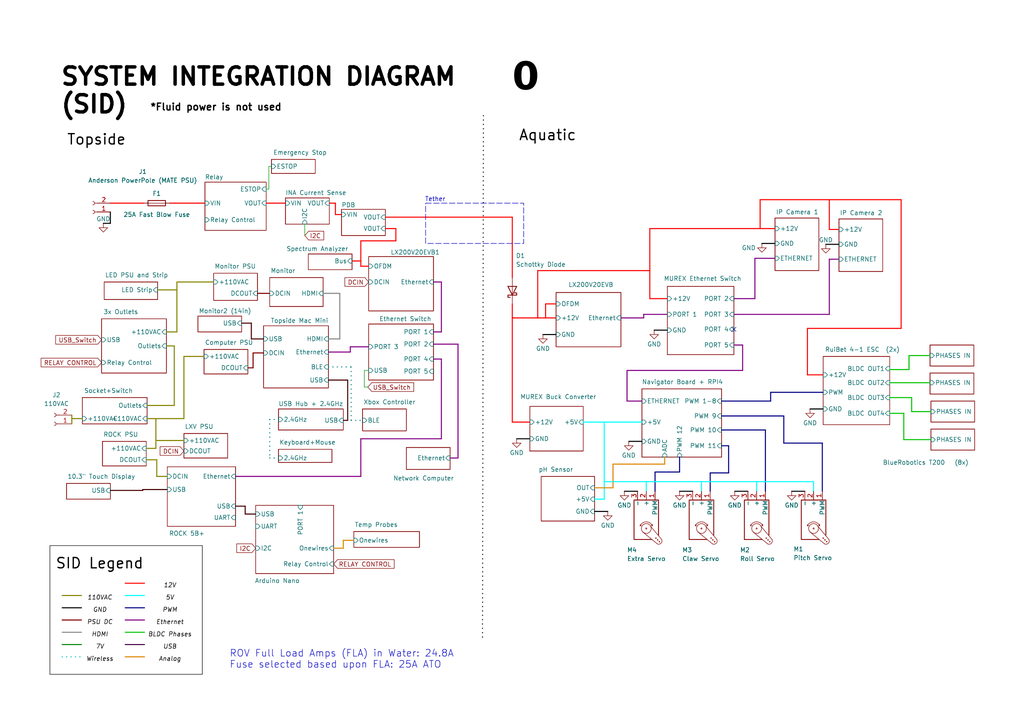
<source format=kicad_sch>
(kicad_sch (version 20241004) (generator "eeschema") (generator_version "8.99")
  (paper "A4")
  (title_block (title "System Integration Diagram") (date "2025-05-14") (rev "V1.0") (company "MUREX Robotics") (comment 3 "MUREX ROV V4.0 ") (comment 4 "System Integration Diagram (SID)"))
  (lib_symbols
    (symbol "Connector:Conn_01x02_Socket" (pin_names (offset 1.016) (hide yes))
      (property "Reference" "J" (at 0 2.54 0))
      (property "Value" "Conn_01x02_Socket" (at 0 -5.08 0))
      (symbol "Conn_01x02_Socket_1_1"
        (polyline (pts (xy -1.27 0) (xy -0.508 0)) (stroke (width 0.1524)))
        (polyline (pts (xy -1.27 -2.54) (xy -0.508 -2.54)) (stroke (width 0.1524)))
        (arc (start 0 -0.508) (mid -0.5058 0) (end 0 0.508) (stroke (width 0.1524)))
        (arc (start 0 -3.048) (mid -0.5058 -2.54) (end 0 -2.032) (stroke (width 0.1524)))
        (pin passive line (at -5.08 0 0) (length 3.81) (name "Pin_1") (number "1"))
        (pin passive line (at -5.08 -2.54 0) (length 3.81) (name "Pin_2") (number "2"))
      )
    )
    (symbol "Device:D_Schottky" (pin_numbers (hide yes)) (pin_names (offset 1.016) (hide yes))
      (property "Reference" "D" (at 0 2.54 0))
      (property "Value" "D_Schottky" (at 0 -2.54 0))
      (symbol "D_Schottky_0_1"
        (polyline (pts (xy -1.905 0.635) (xy -1.905 1.27) (xy -1.27 1.27) (xy -1.27 -1.27) (xy -0.635 -1.27) (xy -0.635 -0.635)) (stroke (width 0.254)))
        (polyline (pts (xy 1.27 1.27) (xy 1.27 -1.27) (xy -1.27 0) (xy 1.27 1.27)) (stroke (width 0.254)))
        (polyline (pts (xy 1.27 0) (xy -1.27 0)))
      )
      (symbol "D_Schottky_1_1"
        (pin passive line (at -3.81 0 0) (length 2.54) (name "K") (number "1"))
        (pin passive line (at 3.81 0 180) (length 2.54) (name "A") (number "2"))
      )
    )
    (symbol "Device:Fuse" (pin_numbers (hide yes)) (pin_names (offset 0))
      (property "Reference" "F" (at 2.032 0 90))
      (property "Value" "Fuse" (at -1.905 0 90))
      (symbol "Fuse_0_1"
        (rectangle (start -0.762 -2.54) (end 0.762 2.54) (stroke (width 0.254)))
        (polyline (pts (xy 0 2.54) (xy 0 -2.54)))
      )
      (symbol "Fuse_1_1"
        (pin passive line (at 0 3.81 270) (length 1.27) (name "~") (number "1"))
        (pin passive line (at 0 -3.81 90) (length 1.27) (name "~") (number "2"))
      )
    )
    (symbol "Motor:Motor_Servo" (pin_names (offset 0.0254))
      (property "Reference" "M" (at -5.08 4.445 0))
      (property "Value" "Motor_Servo" (at -5.08 -4.064 0))
      (symbol "Motor_Servo_0_1"
        (polyline (pts (xy 2.413 1.778) (xy 2.286 1.397)))
        (polyline (pts (xy 2.413 1.778) (xy 1.905 1.778)))
        (polyline (pts (xy 2.413 -1.778) (xy 2.286 -1.397)))
        (polyline (pts (xy 2.413 -1.778) (xy 2.032 -1.778)))
        (circle (center 3.175 0) (radius 1.4224))
        (arc (start 2.413 -1.778) (mid 1.2406 0) (end 2.413 1.778))
        (circle (center 3.175 0) (radius 0.1778))
        (polyline (pts (xy 5.08 3.556) (xy -5.08 3.556) (xy -5.08 -3.556) (xy 6.35 -3.556) (xy 6.35 1.524)) (stroke (width 0.254)))
        (circle (center 5.969 2.794) (radius 0.127))
        (polyline (pts (xy 6.35 4.445) (xy 2.54 1.27)))
        (circle (center 6.477 3.302) (radius 0.127))
        (arc (start 6.35 4.445) (mid 7.4487 4.2737) (end 7.62 3.175))
        (circle (center 6.985 3.81) (radius 0.127))
        (polyline (pts (xy 7.62 3.175) (xy 4.191 -1.016)))
      )
      (symbol "Motor_Servo_1_1"
        (pin passive line (at -7.62 2.54 0) (length 2.54) (name "PWM") (number "1"))
        (pin passive line (at -7.62 0 0) (length 2.54) (name "+") (number "2"))
        (pin passive line (at -7.62 -2.54 0) (length 2.54) (name "-") (number "3"))
      )
    )
    (symbol "power:GND" (power) (pin_numbers (hide yes)) (pin_names (offset 0) (hide yes))
      (property "Value" "GND" (at 0 -3.81 0))
      (symbol "GND_0_1"
        (polyline (pts (xy 0 0) (xy 0 -1.27) (xy 1.27 -1.27) (xy 0 -2.54) (xy -1.27 -1.27) (xy 0 -1.27)))
      )
      (symbol "GND_1_1"
        (pin power_in line (at 0 0 270) (length 0) (name "~") (number "1"))
      )
    )
  )
  (rectangle (start 123.444 58.928) (end 151.892 70.612) (stroke (width 0) (type dash)))
  (rectangle (start 14.478 158.242) (end 58.674 195.58) (stroke (width 0) (color 0 0 0 1)))
  (text "Ethernet" (at 49.276 180.594 0) (effects (font (size 1.27 1.27) (italic yes))))
  (text "Tether\n" (at 126.238 57.912 0) (effects (font (size 1.27 1.27))))
  (text "110VAC\n" (at 28.956 173.482 0) (effects (font (size 1.27 1.27) (italic yes))))
  (text "0" (at 148.59 24.892 0) (effects (font (size 8 8) (thickness 1) (bold yes)) (justify left)))
  (text "GND\n" (at 28.956 177.038 0) (effects (font (size 1.27 1.27) (italic yes))))
  (text "PWM" (at 49.276 177.038 0) (effects (font (size 1.27 1.27) (italic yes))))
  (text "Topside\n" (at 19.304 40.64 0) (effects (font (size 3 3) (thickness 0.375)) (justify left)))
  (text "SID Legend" (at 16.002 163.576 0) (effects (font (size 3 3) (thickness 0.375)) (justify left)))
  (text "12V" (at 49.276 169.926 0) (effects (font (size 1.27 1.27) (italic yes))))
  (text "Analog" (at 49.276 191.262 0) (effects (font (size 1.27 1.27) (italic yes))))
  (text "*Fluid power is not used\n" (at 43.434 31.242 0) (effects (font (size 2 2) (thickness 0.375)) (justify left)))
  (text "USB" (at 49.276 187.706 0) (effects (font (size 1.27 1.27) (italic yes))))
  (text "ROV Full Load Amps (FLA) in Water: 24.8A\nFuse selected based upon FLA: 25A ATO" (at 66.548 191.262 0) (effects (font (size 2 2)) (justify left)))
  (text "Aquatic" (at 150.368 39.37 0) (effects (font (size 3 3) (thickness 0.375)) (justify left)))
  (text "Wireless" (at 28.956 191.262 0) (effects (font (size 1.27 1.27) (italic yes))))
  (text "7V\n" (at 28.956 187.706 0) (effects (font (size 1.27 1.27) (italic yes))))
  (text "HDMI" (at 28.956 184.15 0) (effects (font (size 1.27 1.27) (italic yes))))
  (text "5V" (at 49.276 173.482 0) (effects (font (size 1.27 1.27) (italic yes))))
  (text "BLDC Phases" (at 49.276 184.15 0) (effects (font (size 1.27 1.27) (italic yes))))
  (text "PSU DC" (at 28.956 180.594 0) (effects (font (size 1.27 1.27) (italic yes))))
  (text "SYSTEM INTEGRATION DIAGRAM\n(SID)" (at 17.272 26.416 0) (effects (font (size 5 5) (thickness 1) (bold yes)) (justify left)))
  (no_connect (at 212.852 95.504))
  (bus (pts (xy 20.828 120.396) (xy 20.828 122.936)) (stroke (width 0) (color 132 132 0 1)))
  (bus (pts (xy 234.188 95.25) (xy 234.188 108.712)) (stroke (width 0) (color 255 0 0 1)))
  (bus (pts (xy 197.104 136.906) (xy 197.104 132.588)))
  (bus (pts (xy 188.468 66.294) (xy 224.79 66.294)) (stroke (width 0) (color 255 0 0 1)))
  (bus (pts (xy 220.472 66.294) (xy 220.472 57.912)) (stroke (width 0) (color 255 0 0 1)))
  (bus (pts (xy 41.402 142.24) (xy 41.402 141.986)) (stroke (width 0) (color 72 0 0 1)))
  (bus (pts (xy 227.33 120.65) (xy 209.296 120.65)))
  (bus (pts (xy 261.366 95.25) (xy 234.188 95.25)) (stroke (width 0) (color 255 0 0 1)))
  (bus (pts (xy 99.568 156.718) (xy 102.616 156.718)) (stroke (width 0) (color 221 133 0 1)))
  (bus (pts (xy 205.994 137.16) (xy 211.328 137.16)))
  (bus (pts (xy 238.506 142.494) (xy 238.506 128.524)))
  (bus (pts (xy 218.948 74.93) (xy 224.79 74.93)) (stroke (width 0) (color 132 0 132 1)))
  (bus (pts (xy 101.6 100.584) (xy 106.934 100.584)) (stroke (width 0) (color 132 0 132 1)))
  (bus (pts (xy 181.102 142.494) (xy 184.912 142.494)) (stroke (width 0) (color 0 0 0 1)))
  (wire (pts (xy 106.934 107.442) (xy 105.664 107.442)))
  (bus (pts (xy 148.59 122.428) (xy 153.67 122.428)) (stroke (width 0) (color 255 0 0 1)))
  (bus (pts (xy 192.786 134.62) (xy 177.8 134.62)) (stroke (width 0) (color 221 133 0 1)))
  (bus (pts (xy 36.322 179.832) (xy 41.91 179.832)) (stroke (width 0) (color 132 0 132 1)))
  (bus (pts (xy 101.6 100.584) (xy 101.6 102.108)) (stroke (width 0) (color 132 0 132 1)))
  (bus (pts (xy 263.652 103.124) (xy 269.748 103.124)) (stroke (width 0) (color 0 194 0 1)))
  (bus (pts (xy 111.76 66.294) (xy 114.808 66.294)) (stroke (width 0) (color 255 0 0 1)))
  (bus (pts (xy 238.506 128.524) (xy 227.33 128.524)))
  (bus (pts (xy 258.064 107.188) (xy 263.652 107.188)) (stroke (width 0) (color 0 194 0 1)))
  (bus (pts (xy 132.842 132.842) (xy 130.556 132.842)) (stroke (width 0) (color 132 0 132 1)))
  (bus (pts (xy 189.992 142.494) (xy 189.992 136.906)))
  (bus (pts (xy 148.59 88.138) (xy 148.59 122.428)) (stroke (width 0) (color 255 0 0 1)))
  (bus (pts (xy 212.852 100.076) (xy 215.392 100.076)) (stroke (width 0) (color 132 0 132 1)))
  (bus (pts (xy 157.48 97.028) (xy 161.29 97.028)) (stroke (width 0) (color 0 0 0 1)))
  (bus (pts (xy 187.452 139.7) (xy 187.452 142.494)) (stroke (width 0) (color 0 255 255 1)))
  (bus (pts (xy 100.838 121.92) (xy 99.568 121.92)) (stroke (width 0) (color 72 0 0 1)))
  (bus (pts (xy 240.538 91.186) (xy 240.538 75.184)) (stroke (width 0) (color 132 0 132 1)))
  (bus (pts (xy 41.402 141.986) (xy 48.514 141.986)) (stroke (width 0) (color 72 0 0 1)))
  (bus (pts (xy 77.216 58.928) (xy 82.804 58.928)) (stroke (width 0) (color 255 0 0 1)))
  (bus (pts (xy 128.016 104.14) (xy 125.73 104.14)) (stroke (width 0) (color 132 0 132 1)))
  (bus (pts (xy 223.52 113.792) (xy 238.76 113.792)))
  (bus (pts (xy 49.276 58.928) (xy 59.436 58.928)) (stroke (width 0) (color 255 0 0 1)))
  (bus (pts (xy 45.212 121.412) (xy 45.212 130.048)) (stroke (width 0) (color 132 132 0 1)))
  (bus (pts (xy 36.322 176.276) (xy 41.91 176.276)) (stroke (width 0) (color 0 0 132 1)))
  (bus (pts (xy 42.418 133.35) (xy 45.466 133.35)) (stroke (width 0) (color 132 132 0 1)))
  (bus (pts (xy 53.34 127.762) (xy 53.34 127.508)) (stroke (width 0) (color 132 132 0 1)))
  (bus (pts (xy 177.8 134.62) (xy 177.8 141.478)) (stroke (width 0) (color 221 133 0 1)))
  (polyline (pts (xy 140.208 33.528) (xy 139.954 185.166)) (stroke (width 0.3) (type dot) (color 0 0 0 1)))
  (bus (pts (xy 45.466 133.35) (xy 45.466 138.176)) (stroke (width 0) (color 132 132 0 1)))
  (bus (pts (xy 104.648 69.85) (xy 104.648 77.216)) (stroke (width 0) (color 255 0 0 1)))
  (bus (pts (xy 189.992 136.906) (xy 197.104 136.906)))
  (bus (pts (xy 125.73 99.822) (xy 132.842 99.822)) (stroke (width 0) (color 132 0 132 1)))
  (bus (pts (xy 229.616 142.494) (xy 233.426 142.494)) (stroke (width 0) (color 0 0 0 1)))
  (bus (pts (xy 100.838 110.236) (xy 100.838 121.92)) (stroke (width 0) (color 72 0 0 1)))
  (bus (pts (xy 114.808 69.85) (xy 104.648 69.85)) (stroke (width 0) (color 255 0 0 1)))
  (bus (pts (xy 104.648 77.216) (xy 106.934 77.216)) (stroke (width 0) (color 255 0 0 1)))
  (bus (pts (xy 32.004 58.928) (xy 41.656 58.928)) (stroke (width 0) (color 255 0 0 1)))
  (bus (pts (xy 36.322 172.72) (xy 41.91 172.72)) (stroke (width 0) (color 0 255 255 1)))
  (bus (pts (xy 211.328 137.16) (xy 211.328 129.286)))
  (bus (pts (xy 220.472 57.912) (xy 261.366 57.912)) (stroke (width 0) (color 255 0 0 1)))
  (bus (pts (xy 197.104 142.494) (xy 200.914 142.494)) (stroke (width 0) (color 0 0 0 1)))
  (bus (pts (xy 36.322 183.388) (xy 41.91 183.388)) (stroke (width 0) (color 0 194 0 1)))
  (bus (pts (xy 36.322 190.5) (xy 41.91 190.5)) (stroke (width 0) (color 221 133 0 1)))
  (bus (pts (xy 18.034 179.832) (xy 23.622 179.832)) (stroke (width 0) (color 132 0 0 1)))
  (bus (pts (xy 235.966 139.7) (xy 235.966 142.494)) (stroke (width 0) (color 0 255 255 1)))
  (bus (pts (xy 32.004 61.468) (xy 32.004 64.77)) (stroke (width 0) (color 0 0 0 1)))
  (bus (pts (xy 215.392 100.076) (xy 215.392 107.442)) (stroke (width 0) (color 132 0 132 1)))
  (bus (pts (xy 219.456 139.7) (xy 219.456 142.494)) (stroke (width 0) (color 0 255 255 1)))
  (bus (pts (xy 53.34 103.378) (xy 59.182 103.378)) (stroke (width 0) (color 132 132 0 1)))
  (bus (pts (xy 234.188 108.712) (xy 238.76 108.712)) (stroke (width 0) (color 255 0 0 1)))
  (bus (pts (xy 132.842 99.822) (xy 132.842 132.842)) (stroke (width 0) (color 132 0 132 1)))
  (bus (pts (xy 148.59 92.202) (xy 161.29 92.202)) (stroke (width 0) (color 255 0 0 1)))
  (bus (pts (xy 221.996 142.494) (xy 221.996 124.714)))
  (bus (pts (xy 111.76 62.992) (xy 148.59 62.992)) (stroke (width 0) (color 255 0 0 1)))
  (bus (pts (xy 104.648 127.254) (xy 104.648 138.176)) (stroke (width 0) (color 132 0 132 1)))
  (bus (pts (xy 176.276 148.336) (xy 172.466 148.336)) (stroke (width 0) (color 0 0 0 1)))
  (bus (pts (xy 175.26 139.7) (xy 235.966 139.7)) (stroke (width 0) (color 0 255 255 1)))
  (bus (pts (xy 18.034 172.72) (xy 23.622 172.72)) (stroke (width 0) (color 132 132 0 1)))
  (bus (pts (xy 213.106 142.494) (xy 216.916 142.494)) (stroke (width 0) (color 0 0 0 1)))
  (bus (pts (xy 18.034 190.5) (xy 23.622 190.5)) (stroke (width 0) (type dot) (color 0 194 194 1)))
  (bus (pts (xy 96.774 159.004) (xy 99.568 159.004)) (stroke (width 0) (color 221 133 0 1)))
  (bus (pts (xy 215.392 107.442) (xy 181.864 107.442)) (stroke (width 0) (color 132 0 132 1)))
  (bus (pts (xy 240.538 75.184) (xy 243.332 75.184)) (stroke (width 0) (color 132 0 132 1)))
  (bus (pts (xy 240.538 66.548) (xy 243.332 66.548)) (stroke (width 0) (color 255 0 0 1)))
  (bus (pts (xy 149.86 127.254) (xy 153.67 127.254)) (stroke (width 0) (color 0 0 0 1)))
  (bus (pts (xy 205.994 142.494) (xy 205.994 137.16)))
  (bus (pts (xy 18.034 183.388) (xy 23.622 183.388)) (stroke (width 0) (color 132 132 132 1)))
  (bus (pts (xy 258.064 110.998) (xy 269.748 110.998)) (stroke (width 0) (color 0 194 0 1)))
  (bus (pts (xy 264.414 119.38) (xy 270.002 119.38)) (stroke (width 0) (color 0 194 0 1)))
  (bus (pts (xy 51.308 81.788) (xy 51.308 96.266)) (stroke (width 0) (color 132 132 0 1)))
  (wire (pts (xy 77.978 54.864) (xy 77.216 54.864)))
  (bus (pts (xy 114.808 66.294) (xy 114.808 69.85)) (stroke (width 0) (color 255 0 0 1)))
  (bus (pts (xy 71.12 146.812) (xy 71.12 149.098)) (stroke (width 0) (color 72 0 0 1)))
  (bus (pts (xy 18.034 176.276) (xy 23.622 176.276)) (stroke (width 0) (color 0 0 0 1)))
  (bus (pts (xy 128.016 127.254) (xy 104.648 127.254)) (stroke (width 0) (color 132 0 132 1)))
  (bus (pts (xy 53.34 121.412) (xy 53.34 103.378)) (stroke (width 0) (color 132 132 0 1)))
  (bus (pts (xy 70.104 93.726) (xy 72.898 93.726)) (stroke (width 0) (color 72 0 0 1)))
  (bus (pts (xy 128.016 104.14) (xy 128.016 127.254)) (stroke (width 0) (color 132 0 132 1)))
  (bus (pts (xy 98.552 98.298) (xy 95.25 98.298)) (stroke (width 0) (color 132 132 132 1)))
  (bus (pts (xy 203.454 139.7) (xy 203.454 142.494)) (stroke (width 0) (color 0 255 255 1)))
  (bus (pts (xy 212.852 91.186) (xy 240.538 91.186)) (stroke (width 0) (color 132 0 132 1)))
  (wire (pts (xy 78.74 48.26) (xy 77.978 48.26)))
  (wire (pts (xy 105.664 112.268) (xy 106.68 112.268)))
  (bus (pts (xy 209.296 116.332) (xy 223.52 116.332)))
  (bus (pts (xy 74.676 85.09) (xy 78.232 85.09)) (stroke (width 0) (color 132 0 0 1)))
  (bus (pts (xy 78.232 132.842) (xy 80.772 132.842)) (stroke (width 0) (type dot) (color 0 132 132 1)))
  (bus (pts (xy 78.232 121.666) (xy 78.232 132.842)) (stroke (width 0) (type dot) (color 0 132 132 1)))
  (bus (pts (xy 95.25 110.236) (xy 100.838 110.236)) (stroke (width 0) (color 72 0 0 1)))
  (bus (pts (xy 99.568 159.004) (xy 99.568 156.718)) (stroke (width 0) (color 221 133 0 1)))
  (bus (pts (xy 68.326 146.812) (xy 71.12 146.812)) (stroke (width 0) (color 72 0 0 1)))
  (bus (pts (xy 101.6 102.108) (xy 95.25 102.108)) (stroke (width 0) (color 132 0 132 1)))
  (wire (pts (xy 77.978 48.26) (xy 77.978 54.864)))
  (bus (pts (xy 48.26 96.266) (xy 51.308 96.266)) (stroke (width 0) (color 132 132 0 1)))
  (bus (pts (xy 128.016 96.266) (xy 125.73 96.266)) (stroke (width 0) (color 132 0 132 1)))
  (bus (pts (xy 42.672 117.602) (xy 50.546 117.602)) (stroke (width 0) (color 132 132 0 1)))
  (bus (pts (xy 175.26 144.78) (xy 172.466 144.78)) (stroke (width 0) (color 0 255 255 1)))
  (bus (pts (xy 177.8 141.478) (xy 172.466 141.478)) (stroke (width 0) (color 221 133 0 1)))
  (bus (pts (xy 263.652 107.188) (xy 263.652 103.124)) (stroke (width 0) (color 0 194 0 1)))
  (bus (pts (xy 192.786 132.588) (xy 192.786 134.62)) (stroke (width 0) (color 221 133 0 1)))
  (bus (pts (xy 155.956 78.486) (xy 188.468 78.486)) (stroke (width 0) (color 255 0 0 1)))
  (bus (pts (xy 97.282 58.928) (xy 97.282 62.23)) (stroke (width 0) (color 255 0 0 1)))
  (bus (pts (xy 51.308 81.788) (xy 61.976 81.788)) (stroke (width 0) (color 132 132 0 1)))
  (bus (pts (xy 71.12 149.098) (xy 74.168 149.098)) (stroke (width 0) (color 72 0 0 1)))
  (bus (pts (xy 45.212 130.048) (xy 42.418 130.048)) (stroke (width 0) (color 132 132 0 1)))
  (bus (pts (xy 258.064 115.316) (xy 264.414 115.316)) (stroke (width 0) (color 0 194 0 1)))
  (bus (pts (xy 36.322 186.944) (xy 41.91 186.944)) (stroke (width 0) (color 72 0 72 1)))
  (bus (pts (xy 223.52 116.332) (xy 223.52 113.792)))
  (bus (pts (xy 128.016 81.788) (xy 128.016 96.266)) (stroke (width 0) (color 132 0 132 1)))
  (bus (pts (xy 45.466 138.176) (xy 48.514 138.176)) (stroke (width 0) (color 132 132 0 1)))
  (bus (pts (xy 220.98 70.612) (xy 224.79 70.612)) (stroke (width 0) (color 0 0 0 1)))
  (bus (pts (xy 20.828 121.412) (xy 23.876 121.412)) (stroke (width 0) (color 132 132 0 1)))
  (bus (pts (xy 221.996 124.714) (xy 209.296 124.714)))
  (bus (pts (xy 239.522 70.866) (xy 243.332 70.866)) (stroke (width 0) (color 0 0 0 1)))
  (bus (pts (xy 188.468 86.614) (xy 193.548 86.614)) (stroke (width 0) (color 255 0 0 1)))
  (bus (pts (xy 101.854 121.92) (xy 105.156 121.92)) (stroke (width 0) (type dot) (color 0 132 132 1)))
  (wire (pts (xy 88.392 65.024) (xy 88.392 68.326)))
  (bus (pts (xy 240.538 57.912) (xy 240.538 66.548)) (stroke (width 0) (color 255 0 0 1)))
  (bus (pts (xy 72.898 93.726) (xy 72.898 98.298)) (stroke (width 0) (color 72 0 0 1)))
  (bus (pts (xy 261.366 57.912) (xy 261.366 95.25)) (stroke (width 0) (color 255 0 0 1)))
  (bus (pts (xy 36.322 169.164) (xy 41.91 169.164)) (stroke (width 0) (color 255 0 0 1)))
  (bus (pts (xy 73.406 102.362) (xy 73.406 106.68)) (stroke (width 0) (color 132 0 0 1)))
  (bus (pts (xy 181.864 116.332) (xy 186.182 116.332)) (stroke (width 0) (color 132 0 132 1)))
  (bus (pts (xy 73.406 106.68) (xy 71.882 106.68)) (stroke (width 0) (color 132 0 0 1)))
  (bus (pts (xy 218.948 86.614) (xy 218.948 74.93)) (stroke (width 0) (color 132 0 132 1)))
  (bus (pts (xy 169.164 122.428) (xy 186.182 122.428)) (stroke (width 0) (color 0 255 255 1)))
  (bus (pts (xy 234.95 118.618) (xy 238.76 118.618)) (stroke (width 0) (color 0 0 0 1)))
  (bus (pts (xy 189.738 95.758) (xy 193.548 95.758)) (stroke (width 0) (color 0 0 0 1)))
  (bus (pts (xy 181.864 107.442) (xy 181.864 116.332)) (stroke (width 0) (color 132 0 132 1)))
  (bus (pts (xy 95.25 106.426) (xy 101.854 106.426)) (stroke (width 0) (type dot) (color 0 132 132 1)))
  (bus (pts (xy 78.232 121.666) (xy 81.534 121.666)) (stroke (width 0) (type dot) (color 0 132 132 1)))
  (bus (pts (xy 186.69 92.202) (xy 186.69 91.186)) (stroke (width 0) (color 132 0 132 1)))
  (bus (pts (xy 155.956 92.202) (xy 155.956 78.486)) (stroke (width 0) (color 255 0 0 1)))
  (bus (pts (xy 104.648 138.176) (xy 68.326 138.176)) (stroke (width 0) (color 132 0 132 1)))
  (bus (pts (xy 45.212 127.762) (xy 53.34 127.762)) (stroke (width 0) (color 132 132 0 1)))
  (bus (pts (xy 182.372 128.016) (xy 186.182 128.016)) (stroke (width 0) (color 0 0 0 1)))
  (bus (pts (xy 101.854 106.426) (xy 101.854 121.92)) (stroke (width 0) (type dot) (color 0 132 132 1)))
  (bus (pts (xy 45.72 84.074) (xy 51.308 84.074)) (stroke (width 0) (color 132 132 0 1)))
  (wire (pts (xy 105.664 107.442) (xy 105.664 112.268)))
  (bus (pts (xy 50.546 100.33) (xy 48.26 100.33)) (stroke (width 0) (color 132 132 0 1)))
  (bus (pts (xy 211.328 129.286) (xy 209.296 129.286)))
  (bus (pts (xy 262.128 127.508) (xy 270.002 127.508)) (stroke (width 0) (color 0 194 0 1)))
  (bus (pts (xy 29.972 64.77) (xy 32.004 64.77)) (stroke (width 0) (color 0 0 0 1)))
  (bus (pts (xy 97.282 62.23) (xy 99.06 62.23)) (stroke (width 0) (color 255 0 0 1)))
  (bus (pts (xy 73.406 102.362) (xy 76.454 102.362)) (stroke (width 0) (color 132 0 0 1)))
  (bus (pts (xy 148.59 62.992) (xy 148.59 80.518)) (stroke (width 0) (color 255 0 0 1)))
  (bus (pts (xy 72.898 98.298) (xy 76.454 98.298)) (stroke (width 0) (color 72 0 0 1)))
  (bus (pts (xy 18.034 186.944) (xy 23.622 186.944)) (stroke (width 0) (color 0 132 0 1)))
  (bus (pts (xy 50.546 117.602) (xy 50.546 100.33)) (stroke (width 0) (color 132 132 0 1)))
  (bus (pts (xy 125.73 81.788) (xy 128.016 81.788)) (stroke (width 0) (color 132 0 132 1)))
  (bus (pts (xy 262.128 119.888) (xy 262.128 127.508)) (stroke (width 0) (color 0 194 0 1)))
  (bus (pts (xy 102.108 75.692) (xy 104.648 75.692)) (stroke (width 0) (color 255 0 0 1)))
  (bus (pts (xy 95.504 58.928) (xy 97.282 58.928)) (stroke (width 0) (color 255 0 0 1)))
  (bus (pts (xy 227.33 128.524) (xy 227.33 120.65)))
  (bus (pts (xy 158.242 92.202) (xy 158.242 88.138)) (stroke (width 0) (color 255 0 0 1)))
  (bus (pts (xy 175.26 122.428) (xy 175.26 144.78)) (stroke (width 0) (color 0 255 255 1)))
  (bus (pts (xy 264.414 115.316) (xy 264.414 119.38)) (stroke (width 0) (color 0 194 0 1)))
  (bus (pts (xy 158.242 88.138) (xy 161.29 88.138)) (stroke (width 0) (color 255 0 0 1)))
  (bus (pts (xy 180.086 92.202) (xy 186.69 92.202)) (stroke (width 0) (color 132 0 132 1)))
  (bus (pts (xy 32.004 142.24) (xy 41.402 142.24)) (stroke (width 0) (color 72 0 0 1)))
  (bus (pts (xy 186.69 91.186) (xy 193.548 91.186)) (stroke (width 0) (color 132 0 132 1)))
  (bus (pts (xy 212.852 86.614) (xy 218.948 86.614)) (stroke (width 0) (color 132 0 132 1)))
  (bus (pts (xy 258.064 119.888) (xy 262.128 119.888)) (stroke (width 0) (color 0 194 0 1)))
  (bus (pts (xy 188.468 66.294) (xy 188.468 86.614)) (stroke (width 0) (color 255 0 0 1)))
  (bus (pts (xy 42.672 121.412) (xy 53.34 121.412)) (stroke (width 0) (color 132 132 0 1)))
  (bus (pts (xy 93.726 85.09) (xy 98.552 85.09)) (stroke (width 0) (color 132 132 132 1)))
  (bus (pts (xy 98.552 85.09) (xy 98.552 98.298)) (stroke (width 0) (color 132 132 132 1)))
  (global_label "DCIN" (shape input) (at 106.934 81.788 180) (property "Intersheetrefs" "${INTERSHEET_REFS}" (effects (hide yes))))
  (global_label "USB_Switch" (shape input) (at 106.68 112.268 0) (property "Intersheetrefs" "${INTERSHEET_REFS}" (effects (hide yes))))
  (global_label "RELAY CONTROL" (shape input) (at 29.464 105.156 180) (property "Intersheetrefs" "${INTERSHEET_REFS}" (effects (hide yes))))
  (global_label "USB_Switch" (shape input) (at 29.464 98.552 180) (property "Intersheetrefs" "${INTERSHEET_REFS}" (effects (hide yes))))
  (global_label "I2C" (shape input) (at 74.168 159.004 180) (property "Intersheetrefs" "${INTERSHEET_REFS}" (effects (hide yes))))
  (global_label "RELAY CONTROL" (shape input) (at 96.774 163.576 0) (property "Intersheetrefs" "${INTERSHEET_REFS}" (effects (hide yes))))
  (global_label "I2C" (shape input) (at 88.392 68.326 0) (property "Intersheetrefs" "${INTERSHEET_REFS}" (effects (hide yes))))
  (global_label "DCIN" (shape input) (at 53.34 130.81 180) (property "Intersheetrefs" "${INTERSHEET_REFS}" (effects (hide yes))))
  (symbol (lib_id "power:GND") (at 182.372 128.016 0) (unit 1)
    (property "Reference" "#PWR03" (effects (hide yes)))
    (property "Value" "GND" (at 182.372 132.08 0))
    (property "Description" "Power symbol creates a global label with name \"GND\" , ground" (effects (hide yes)))
  )
  (symbol (lib_id "power:GND") (at 149.86 127.254 0) (unit 1)
    (property "Reference" "#PWR02" (effects (hide yes)))
    (property "Value" "GND" (at 149.86 131.318 0))
    (property "Description" "Power symbol creates a global label with name \"GND\" , ground" (effects (hide yes)))
  )
  (symbol (lib_id "Motor:Motor_Servo") (at 219.456 150.114 270) (unit 1)
    (property "Reference" "M2" (at 214.63 159.512 90) (effects (justify left)))
    (property "Value" "Roll Servo" (at 214.63 162.052 90) (effects (justify left)))
    (property "Datasheet" "http://forums.parallax.com/uploads/attachments/46831/74481.png" (effects (hide yes)))
    (property "Description" "Servo Motor (Futaba, HiTec, JR connector)" (effects (hide yes)))
  )
  (symbol (lib_id "power:GND") (at 220.98 70.612 0) (unit 1)
    (property "Reference" "#PWR06" (effects (hide yes)))
    (property "Value" "GND" (at 217.17 71.882 0))
    (property "Description" "Power symbol creates a global label with name \"GND\" , ground" (effects (hide yes)))
  )
  (symbol (lib_id "Motor:Motor_Servo") (at 235.966 150.114 270) (unit 1)
    (property "Reference" "M1" (at 230.124 159.258 90) (effects (justify left)))
    (property "Value" "Pitch Servo" (at 230.124 161.798 90) (effects (justify left)))
    (property "Datasheet" "http://forums.parallax.com/uploads/attachments/46831/74481.png" (effects (hide yes)))
    (property "Description" "Servo Motor (Futaba, HiTec, JR connector)" (effects (hide yes)))
  )
  (symbol (lib_id "power:GND") (at 234.95 118.618 0) (unit 1)
    (property "Reference" "#PWR05" (effects (hide yes)))
    (property "Value" "GND" (at 234.95 122.682 0))
    (property "Description" "Power symbol creates a global label with name \"GND\" , ground" (effects (hide yes)))
  )
  (symbol (lib_id "power:GND") (at 239.522 70.866 0) (unit 1)
    (property "Reference" "#PWR07" (effects (hide yes)))
    (property "Value" "GND" (at 239.522 69.596 0))
    (property "Description" "Power symbol creates a global label with name \"GND\" , ground" (effects (hide yes)))
  )
  (symbol (lib_id "Motor:Motor_Servo") (at 187.452 150.114 270) (unit 1)
    (property "Reference" "M4" (at 181.864 159.512 90) (effects (justify left)))
    (property "Value" "Extra Servo" (at 181.864 162.052 90) (effects (justify left)))
    (property "Datasheet" "http://forums.parallax.com/uploads/attachments/46831/74481.png" (effects (hide yes)))
    (property "Description" "Servo Motor (Futaba, HiTec, JR connector)" (effects (hide yes)))
  )
  (symbol (lib_id "power:GND") (at 229.616 142.494 0) (unit 1)
    (property "Reference" "#PWR010" (effects (hide yes)))
    (property "Value" "GND" (at 229.616 146.558 0))
    (property "Description" "Power symbol creates a global label with name \"GND\" , ground" (effects (hide yes)))
  )
  (symbol (lib_id "power:GND") (at 197.104 142.494 0) (unit 1)
    (property "Reference" "#PWR08" (effects (hide yes)))
    (property "Value" "GND" (at 197.104 146.558 0))
    (property "Description" "Power symbol creates a global label with name \"GND\" , ground" (effects (hide yes)))
  )
  (symbol (lib_id "power:GND") (at 181.102 142.494 0) (unit 1)
    (property "Reference" "#PWR015" (effects (hide yes)))
    (property "Value" "GND" (at 181.102 146.558 0))
    (property "Description" "Power symbol creates a global label with name \"GND\" , ground" (effects (hide yes)))
  )
  (symbol (lib_id "power:GND") (at 29.972 64.77 0) (unit 1)
    (property "Reference" "#PWR014" (effects (hide yes)))
    (property "Value" "GND" (at 29.972 63.5 0))
    (property "Description" "Power symbol creates a global label with name \"GND\" , ground" (effects (hide yes)))
  )
  (symbol (lib_id "power:GND") (at 189.738 95.758 0) (unit 1)
    (property "Reference" "#PWR04" (effects (hide yes)))
    (property "Value" "GND" (at 189.738 99.822 0))
    (property "Description" "Power symbol creates a global label with name \"GND\" , ground" (effects (hide yes)))
  )
  (symbol (lib_id "power:GND") (at 176.276 148.336 0) (unit 1)
    (property "Reference" "#PWR016" (effects (hide yes)))
    (property "Value" "GND" (at 176.276 152.4 0))
    (property "Description" "Power symbol creates a global label with name \"GND\" , ground" (effects (hide yes)))
  )
  (symbol (lib_id "power:GND") (at 157.48 97.028 0) (unit 1)
    (property "Reference" "#PWR01" (effects (hide yes)))
    (property "Value" "GND" (at 157.48 101.092 0))
    (property "Description" "Power symbol creates a global label with name \"GND\" , ground" (effects (hide yes)))
  )
  (symbol (lib_id "power:GND") (at 213.106 142.494 0) (unit 1)
    (property "Reference" "#PWR09" (effects (hide yes)))
    (property "Value" "GND" (at 213.106 146.558 0))
    (property "Description" "Power symbol creates a global label with name \"GND\" , ground" (effects (hide yes)))
  )
  (symbol (lib_id "Motor:Motor_Servo") (at 203.454 150.114 270) (unit 1)
    (property "Reference" "M3" (at 197.866 159.512 90) (effects (justify left)))
    (property "Value" "Claw Servo" (at 197.866 162.052 90) (effects (justify left)))
    (property "Datasheet" "http://forums.parallax.com/uploads/attachments/46831/74481.png" (effects (hide yes)))
    (property "Description" "Servo Motor (Futaba, HiTec, JR connector)" (effects (hide yes)))
  )
  (symbol (lib_id "Device:Fuse") (at 45.466 58.928 90) (unit 1)
    (property "Reference" "F1" (at 45.466 56.134 90))
    (property "Value" "25A Fast Blow Fuse" (at 45.466 62.23 90))
    (property "Description" "Fuse" (effects (hide yes)))
  )
  (symbol (lib_id "Device:D_Schottky") (at 148.59 84.328 90) (unit 1)
    (property "Reference" "D1" (at 149.606 74.168 90) (effects (justify right)))
    (property "Value" "Schottky Diode" (at 149.606 76.708 90) (effects (justify right)))
    (property "Description" "Schottky diode" (effects (hide yes)))
  )
  (symbol (lib_id "Connector:Conn_01x02_Socket") (at 26.924 61.468 180) (unit 1)
    (property "Reference" "J1" (at 41.402 49.784 0))
    (property "Value" "Anderson PowerPole (MATE PSU)" (at 41.402 52.324 0))
    (property "Description" "Generic connector, single row, 01x02, script generated" (effects (hide yes)))
  )
  (symbol (lib_id "Connector:Conn_01x02_Socket") (at 15.748 122.936 180) (unit 1)
    (property "Reference" "J2" (at 16.383 114.554 0))
    (property "Value" "110VAC" (at 16.383 117.094 0))
    (property "Description" "Generic connector, single row, 01x02, script generated" (effects (hide yes)))
  )
  (sheet (at 80.772 118.618) (size 18.796 6.096) (stroke (width 0.1524))
    (property "Sheetname" "USB Hub + 2.4GHz" (at 80.772 117.856 0) (effects (justify left bottom)))
    (property "Sheetfile" "untitled.kicad_sch" (effects (hide yes)))
    (pin "USB" input (at 99.568 121.92 0))
    (pin "2.4GHz" input (at 80.772 121.666 180))
  )
  (sheet (at 59.182 101.346) (size 12.7 7.112) (stroke (width 0.1524))
    (property "Sheetname" "Computer PSU" (at 59.436 100.076 0) (effects (justify left bottom)))
    (property "Sheetfile" "untitled.kicad_sch" (effects (hide yes)))
    (pin "+110VAC" input (at 59.182 103.378 180))
    (pin "DCOUT" input (at 71.882 106.68 0))
  )
  (sheet (at 19.304 140.208) (size 12.7 4.572) (stroke (width 0.1524))
    (property "Sheetname" "10.3\" Touch Display" (at 19.558 138.938 0) (effects (justify left bottom)))
    (property "Sheetfile" "untitled.kicad_sch" (effects (hide yes)))
    (pin "USB" input (at 32.004 142.24 0))
  )
  (sheet (at 78.232 80.518) (size 15.494 8.382) (stroke (width 0.1524))
    (property "Sheetname" "Monitor" (at 78.486 79.248 0) (effects (justify left bottom)))
    (property "Sheetfile" "untitled.kicad_sch" (effects (hide yes)))
    (pin "DCIN" input (at 78.232 85.09 180))
    (pin "HDMI" input (at 93.726 85.09 0))
  )
  (sheet (at 57.404 91.694) (size 12.7 4.572) (stroke (width 0.1524))
    (property "Sheetname" "Monitor2 (14in)" (at 57.658 90.932 0) (effects (justify left bottom)))
    (property "Sheetfile" "untitled.kicad_sch" (effects (hide yes)))
    (pin "USB" input (at 70.104 93.726 0))
  )
  (sheet (at 224.79 63.246) (size 12.7 15.24) (stroke (width 0.1524))
    (property "Sheetname" "IP Camera 1" (at 225.044 62.23 0) (effects (justify left bottom)))
    (property "Sheetfile" "untitled.kicad_sch" (effects (hide yes)))
    (pin "GND" input (at 224.79 70.612 180))
    (pin "+12V" input (at 224.79 66.294 180))
    (pin "ETHERNET" input (at 224.79 74.93 180))
  )
  (sheet (at 270.002 124.46) (size 12.7 6.096) (stroke (width 0.1524))
    (property "Sheetname" "BlueRobotics T200  8x3" (effects (hide yes)))
    (property "Sheetfile" "untitled.kicad_sch" (effects (hide yes)))
    (pin "PHASES IN" input (at 270.002 127.508 180))
  )
  (sheet (at 106.934 93.98) (size 18.796 16.256) (stroke (width 0.1524))
    (property "Sheetname" "Ethernet Switch" (at 109.982 93.218 0) (effects (justify left bottom)))
    (property "Sheetfile" "untitled.kicad_sch" (effects (hide yes)))
    (pin "USB" input (at 106.934 107.442 180))
    (pin "PORT 2" input (at 125.73 99.822 0))
    (pin "PORT 1" input (at 125.73 96.266 0))
    (pin "PORT 3" input (at 106.934 100.584 180))
    (pin "PORT 4" input (at 125.73 104.14 0))
    (pin "PORT 5" input (at 125.73 107.696 0))
  )
  (sheet (at 105.156 118.618) (size 12.7 6.35) (stroke (width 0.1524))
    (property "Sheetname" "Xbox Controller" (at 105.41 117.348 0) (effects (justify left bottom)))
    (property "Sheetfile" "untitled.kicad_sch" (effects (hide yes)))
    (pin "BLE" input (at 105.156 121.92 180))
  )
  (sheet (at 29.464 92.456) (size 18.796 15.748) (stroke (width 0.1524))
    (property "Sheetname" "3x Outlets" (at 29.972 91.186 0) (effects (justify left bottom)))
    (property "Sheetfile" "untitled.kicad_sch" (effects (hide yes)))
    (pin "Outlets" input (at 48.26 100.33 0))
    (pin "USB" input (at 29.464 98.552 180))
    (pin "+110VAC" input (at 48.26 96.266 0))
    (pin "Relay Control" input (at 29.464 105.156 180))
  )
  (sheet (at 82.804 57.404) (size 12.7 7.62) (stroke (width 0.1524))
    (property "Sheetname" "INA Current Sense" (at 82.804 56.642 0) (effects (justify left bottom)))
    (property "Sheetfile" "untitled.kicad_sch" (effects (hide yes)))
    (pin "I2C" input (at 88.392 65.024 270))
    (pin "VOUT" input (at 95.504 58.928 0))
    (pin "VIN" input (at 82.804 58.928 180))
  )
  (sheet (at 106.934 74.422) (size 18.796 15.748) (stroke (width 0.1524))
    (property "Sheetname" "LX200V20EVB1" (at 113.284 73.914 0) (effects (justify left bottom)))
    (property "Sheetfile" "untitled.kicad_sch" (effects (hide yes)))
    (pin "DCIN" input (at 106.934 81.788 180))
    (pin "Ethernet" input (at 125.73 81.788 0))
    (pin "OFDM" input (at 106.934 77.216 180))
  )
  (sheet (at 48.514 135.382) (size 19.812 17.272) (stroke (width 0.1524))
    (property "Sheetname" "ROCK 5B+" (at 49.022 155.448 0) (effects (justify left bottom)))
    (property "Sheetfile" "untitled.kicad_sch" (effects (hide yes)))
    (pin "USB" input (at 68.326 146.812 0))
    (pin "UART" input (at 68.326 150.114 0))
    (pin "DCIN" input (at 48.514 138.176 180))
    (pin "USB" input (at 48.514 141.986 180))
    (pin "Ethernet" input (at 68.326 138.176 0))
  )
  (sheet (at 117.856 129.794) (size 12.7 6.35) (stroke (width 0.1524))
    (property "Sheetname" "Network Computer" (at 114.046 139.446 0) (effects (justify left bottom)))
    (property "Sheetfile" "untitled.kicad_sch" (effects (hide yes)))
    (pin "Ethernet" input (at 130.556 132.842 0))
  )
  (sheet (at 193.548 83.058) (size 19.304 19.812) (stroke (width 0.1524))
    (property "Sheetname" "MUREX Ethernet Switch" (at 192.532 81.534 0) (effects (justify left bottom)))
    (property "Sheetfile" "untitled.kicad_sch" (effects (hide yes)))
    (pin "+12V" input (at 193.548 86.614 180))
    (pin "PORT 2" input (at 212.852 86.614 0))
    (pin "GND" input (at 193.548 95.758 180))
    (pin "PORT 1" input (at 193.548 91.186 180))
    (pin "PORT 3" input (at 212.852 91.186 0))
    (pin "PORT 4" input (at 212.852 95.504 0))
    (pin "PORT 5" input (at 212.852 100.076 0))
  )
  (sheet (at 80.772 130.302) (size 15.494 3.81) (stroke (width 0.1524))
    (property "Sheetname" "Keyboard+Mouse" (at 81.026 129.032 0) (effects (justify left bottom)))
    (property "Sheetfile" "untitled.kicad_sch" (effects (hide yes)))
    (pin "2.4GHz" input (at 80.772 132.842 180))
  )
  (sheet (at 238.76 103.378) (size 19.304 19.812) (stroke (width 0.1524))
    (property "Sheetname" "RuiBet 4-1 ESC  (2x)" (at 239.268 102.108 0) (effects (justify left bottom)))
    (property "Sheetfile" "untitled.kicad_sch" (effects (hide yes)))
    (pin "+12V" input (at 238.76 108.712 180))
    (pin "BLDC OUT2" input (at 258.064 110.998 0))
    (pin "GND" input (at 238.76 118.618 180))
    (pin "BLDC OUT1" input (at 258.064 106.934 0))
    (pin "BLDC OUT3" input (at 258.064 115.316 0))
    (pin "BLDC OUT4" input (at 258.064 119.888 0))
    (pin "PWM" input (at 238.76 113.792 180))
  )
  (sheet (at 156.972 138.176) (size 15.494 12.954) (stroke (width 0.1524))
    (property "Sheetname" "pH Sensor" (at 156.21 136.906 0) (effects (justify left bottom)))
    (property "Sheetfile" "untitled.kicad_sch" (effects (hide yes)))
    (pin "OUT" input (at 172.466 141.478 0))
    (pin "+5V" input (at 172.466 144.78 0))
    (pin "GND" input (at 172.466 148.336 0))
  )
  (sheet (at 53.34 125.73) (size 12.7 7.112) (stroke (width 0.1524))
    (property "Sheetname" "LXV PSU" (at 53.594 124.46 0) (effects (justify left bottom)))
    (property "Sheetfile" "untitled.kicad_sch" (effects (hide yes)))
    (pin "+110VAC" input (at 53.34 127.762 180))
    (pin "DCOUT" input (at 53.34 130.81 180))
  )
  (sheet (at 102.616 154.178) (size 19.05 4.572) (stroke (width 0.1524))
    (property "Sheetname" "Temp Probes" (at 102.87 152.908 0) (effects (justify left bottom)))
    (property "Sheetfile" "untitled.kicad_sch" (effects (hide yes)))
    (pin "Onewires" input (at 102.616 156.718 180))
  )
  (sheet (at 76.454 94.488) (size 18.796 18.034) (stroke (width 0.1524))
    (property "Sheetname" "Topside Mac Mini" (at 78.486 93.726 0) (effects (justify left bottom)))
    (property "Sheetfile" "untitled.kicad_sch" (effects (hide yes)))
    (pin "DCIN" input (at 76.454 102.362 180))
    (pin "USB" input (at 76.454 98.298 180))
    (pin "BLE" input (at 95.25 106.426 0))
    (pin "HDMI" input (at 95.25 98.298 0))
    (pin "Ethernet" input (at 95.25 102.108 0))
    (pin "USB" input (at 95.25 110.236 0))
  )
  (sheet (at 186.182 112.776) (size 23.114 19.812) (stroke (width 0.1524))
    (property "Sheetname" "Navigator Board + RPI4" (at 186.182 111.506 0) (effects (justify left bottom)))
    (property "Sheetfile" "untitled.kicad_sch" (effects (hide yes)))
    (pin "+5V" input (at 186.182 122.428 180))
    (pin "ETHERNET" input (at 186.182 116.332 180))
    (pin "GND" input (at 186.182 128.016 180))
    (pin "PWM 1-8" input (at 209.296 116.332 0))
    (pin "PWM 10" input (at 209.296 124.714 0))
    (pin "PWM 11" input (at 209.296 129.286 0))
    (pin "PWM 9" input (at 209.296 120.65 0))
    (pin "PWM 12" input (at 197.104 132.588 270))
    (pin "ADC" input (at 192.786 132.588 270))
  )
  (sheet (at 74.168 146.558) (size 22.606 19.812) (stroke (width 0.1524))
    (property "Sheetname" "Arduino Nano" (at 73.914 169.164 0) (effects (justify left bottom)))
    (property "Sheetfile" "untitled.kicad_sch" (effects (hide yes)))
    (pin "USB" input (at 74.168 149.098 180))
    (pin "UART" input (at 74.168 152.654 180))
    (pin "PORT 1" input (at 87.122 146.558 90))
    (pin "I2C" input (at 74.168 159.004 180))
    (pin "Onewires" input (at 96.774 159.004 0))
    (pin "Relay Control" input (at 96.774 163.576 0))
  )
  (sheet (at 59.436 52.832) (size 17.78 13.97) (stroke (width 0.1524))
    (property "Sheetname" "Relay" (at 59.436 52.07 0) (effects (justify left bottom)))
    (property "Sheetfile" "untitled.kicad_sch" (effects (hide yes)))
    (pin "VIN" input (at 59.436 58.928 180))
    (pin "VOUT" input (at 77.216 58.928 0))
    (pin "ESTOP" input (at 77.216 54.864 0))
    (pin "Relay Control" input (at 59.436 63.754 180))
  )
  (sheet (at 243.332 63.5) (size 12.7 15.24) (stroke (width 0.1524))
    (property "Sheetname" "IP Camera 2" (at 243.586 62.484 0) (effects (justify left bottom)))
    (property "Sheetfile" "untitled.kicad_sch" (effects (hide yes)))
    (pin "GND" input (at 243.332 70.866 180))
    (pin "+12V" input (at 243.332 66.548 180))
    (pin "ETHERNET" input (at 243.332 75.184 180))
  )
  (sheet (at 61.976 79.248) (size 12.7 7.874) (stroke (width 0.1524))
    (property "Sheetname" "Monitor PSU" (at 62.23 77.978 0) (effects (justify left bottom)))
    (property "Sheetfile" "untitled.kicad_sch" (effects (hide yes)))
    (pin "+110VAC" input (at 61.976 81.788 180))
    (pin "DCOUT" input (at 74.676 85.09 0))
  )
  (sheet (at 161.29 84.836) (size 18.796 15.748) (stroke (width 0.1524))
    (property "Sheetname" "LX200V20EVB" (at 164.846 83.312 0) (effects (justify left bottom)))
    (property "Sheetfile" "untitled.kicad_sch" (effects (hide yes)))
    (pin "+12V" input (at 161.29 92.202 180))
    (pin "Ethernet" input (at 180.086 92.202 0))
    (pin "GND" input (at 161.29 97.028 180))
    (pin "OFDM" input (at 161.29 88.138 180))
  )
  (sheet (at 153.67 117.856) (size 15.494 12.954) (stroke (width 0.1524))
    (property "Sheetname" "MUREX Buck Converter" (at 150.876 115.824 0) (effects (justify left bottom)))
    (property "Sheetfile" "untitled.kicad_sch" (effects (hide yes)))
    (pin "+12V" input (at 153.67 122.428 180))
    (pin "+5V" input (at 169.164 122.428 0))
    (pin "GND" input (at 153.67 127.254 180))
  )
  (sheet (at 23.876 115.316) (size 18.796 7.62) (stroke (width 0.1524))
    (property "Sheetname" "Socket+Switch" (at 24.384 114.046 0) (effects (justify left bottom)))
    (property "Sheetfile" "untitled.kicad_sch" (effects (hide yes)))
    (pin "+110VAC" input (at 23.876 121.412 180))
    (pin "Outlets" input (at 42.672 117.602 0))
    (pin "+110VAC" input (at 42.672 121.412 0))
  )
  (sheet (at 29.718 128.016) (size 12.7 7.112) (stroke (width 0.1524))
    (property "Sheetname" "ROCK PSU" (at 29.972 126.746 0) (effects (justify left bottom)))
    (property "Sheetfile" "untitled.kicad_sch" (effects (hide yes)))
    (pin "+110VAC" input (at 42.418 130.048 0))
    (pin "DCOUT" input (at 42.418 133.35 0))
  )
  (sheet (at 270.002 116.332) (size 12.7 6.096) (stroke (width 0.1524))
    (property "Sheetname" "BlueRobotics T200  8x2" (effects (hide yes)))
    (property "Sheetfile" "untitled.kicad_sch" (effects (hide yes)))
    (pin "PHASES IN" input (at 270.002 119.38 180))
  )
  (sheet (at 269.748 100.076) (size 12.7 6.096) (stroke (width 0.1524))
    (property "Sheetname" "BlueRobotics T200   (8x)" (at 256.032 134.874 0) (effects (justify left bottom)))
    (property "Sheetfile" "untitled.kicad_sch" (effects (hide yes)))
    (pin "PHASES IN" input (at 269.748 103.124 180))
  )
  (sheet (at 99.06 60.706) (size 12.7 7.62) (stroke (width 0.1524))
    (property "Sheetname" "PDB" (at 99.06 60.198 0) (effects (justify left bottom)))
    (property "Sheetfile" "untitled.kicad_sch" (effects (hide yes)))
    (pin "VOUT" input (at 111.76 66.294 0))
    (pin "VOUT" input (at 111.76 62.992 0))
    (pin "VIN" input (at 99.06 62.23 180))
  )
  (sheet (at 89.408 73.66) (size 12.7 4.572) (stroke (width 0.1524))
    (property "Sheetname" "Spectrum Analyzer" (at 83.058 72.898 0) (effects (justify left bottom)))
    (property "Sheetfile" "untitled.kicad_sch" (effects (hide yes)))
    (pin "Bus" input (at 102.108 75.692 0))
  )
  (sheet (at 269.748 108.204) (size 12.7 6.096) (stroke (width 0.1524))
    (property "Sheetname" "BlueRobotics T200  8x1" (effects (hide yes)))
    (property "Sheetfile" "untitled.kicad_sch" (effects (hide yes)))
    (pin "PHASES IN" input (at 269.748 110.998 180))
  )
  (sheet (at 78.74 46.228) (size 12.7 4.064) (stroke (width 0.1524))
    (property "Sheetname" "Emergency Stop" (at 79.248 44.958 0) (effects (justify left bottom)))
    (property "Sheetfile" "untitled.kicad_sch" (effects (hide yes)))
    (pin "ESTOP" input (at 78.74 48.26 180))
  )
  (sheet (at 30.226 81.788) (size 15.494 5.08) (stroke (width 0.1524))
    (property "Sheetname" "LED PSU and Strip" (at 30.48 80.518 0) (effects (justify left bottom)))
    (property "Sheetfile" "untitled.kicad_sch" (effects (hide yes)))
    (pin "LED Strip" input (at 45.72 84.074 0))
  )
)
</source>
